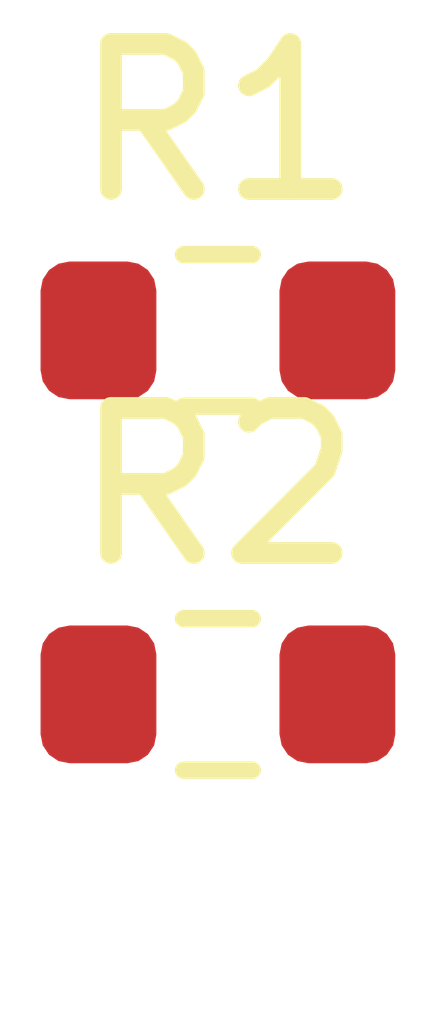
<source format=kicad_pcb>
(kicad_pcb (version 20241229) (generator "pcbnew") (generator_version "9.0")
  (layers (0 "F.Cu" signal) (2 "B.Cu" signal) (13 "F.Paste" user) (15 "B.Paste" user) (5 "F.SilkS" user "F.Silkscreen") (7 "B.SilkS" user "B.Silkscreen") (1 "F.Mask" user) (3 "B.Mask" user) (25 "Edge.Cuts" user))
  (net 0 "")
  (net 1 "Net-(R1-Pad2)")
  (net 2 "+3.3V")
  (net 3 "GND")
  (footprint "Resistor_SMD:R_0603_1608Metric" (layer "F.Cu") (at 131.135 59.78)
    (property "Reference" "R2" (at 0 -1.43 0) (layer "F.SilkS"))
    (property "Value" "10k")
    (fp_line (start -0.237258 -0.5225) (end 0.237258 -0.5225) (stroke (width 0.12)) (layer "F.SilkS"))
    (fp_line (start -0.237258 0.5225) (end 0.237258 0.5225) (stroke (width 0.12)) (layer "F.SilkS"))
    (pad "1" smd roundrect (at -0.825 0) (size 0.8 0.95) (layers "F.Cu" "F.Mask" "F.Paste") (net 1 "Net-(R1-Pad2)"))
    (pad "2" smd roundrect (at 0.825 0) (size 0.8 0.95) (layers "F.Cu" "F.Mask" "F.Paste") (net 3 "GND"))
  )
  (footprint "Resistor_SMD:R_0603_1608Metric" (layer "F.Cu") (at 131.135 57.27)
    (property "Reference" "R1" (at 0 -1.43 0) (layer "F.SilkS"))
    (property "Value" "10k")
    (fp_line (start -0.237258 -0.5225) (end 0.237258 -0.5225) (stroke (width 0.12)) (layer "F.SilkS"))
    (fp_line (start -0.237258 0.5225) (end 0.237258 0.5225) (stroke (width 0.12)) (layer "F.SilkS"))
    (pad "1" smd roundrect (at -0.825 0) (size 0.8 0.95) (layers "F.Cu" "F.Mask" "F.Paste") (net 2 "+3.3V"))
    (pad "2" smd roundrect (at 0.825 0) (size 0.8 0.95) (layers "F.Cu" "F.Mask" "F.Paste") (net 1 "Net-(R1-Pad2)"))
  )
)
</source>
